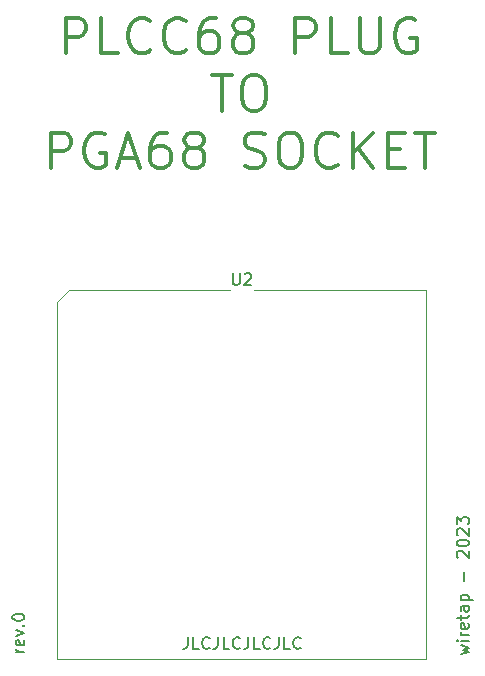
<source format=gbr>
%TF.GenerationSoftware,KiCad,Pcbnew,(5.1.6)-1*%
%TF.CreationDate,2023-06-21T17:15:11-04:00*%
%TF.ProjectId,PLCC68-to-PGA,504c4343-3638-42d7-946f-2d5047412e6b,rev?*%
%TF.SameCoordinates,Original*%
%TF.FileFunction,Legend,Top*%
%TF.FilePolarity,Positive*%
%FSLAX46Y46*%
G04 Gerber Fmt 4.6, Leading zero omitted, Abs format (unit mm)*
G04 Created by KiCad (PCBNEW (5.1.6)-1) date 2023-06-21 17:15:11*
%MOMM*%
%LPD*%
G01*
G04 APERTURE LIST*
%ADD10C,0.150000*%
%ADD11C,0.350000*%
%ADD12C,0.120000*%
G04 APERTURE END LIST*
D10*
X157475180Y-135138278D02*
X156808514Y-135138278D01*
X156998990Y-135138278D02*
X156903752Y-135090659D01*
X156856133Y-135043040D01*
X156808514Y-134947801D01*
X156808514Y-134852563D01*
X157427561Y-134138278D02*
X157475180Y-134233516D01*
X157475180Y-134423992D01*
X157427561Y-134519230D01*
X157332323Y-134566849D01*
X156951371Y-134566849D01*
X156856133Y-134519230D01*
X156808514Y-134423992D01*
X156808514Y-134233516D01*
X156856133Y-134138278D01*
X156951371Y-134090659D01*
X157046609Y-134090659D01*
X157141847Y-134566849D01*
X156808514Y-133757325D02*
X157475180Y-133519230D01*
X156808514Y-133281135D01*
X157379942Y-132900182D02*
X157427561Y-132852563D01*
X157475180Y-132900182D01*
X157427561Y-132947801D01*
X157379942Y-132900182D01*
X157475180Y-132900182D01*
X156475180Y-132233516D02*
X156475180Y-132138278D01*
X156522800Y-132043040D01*
X156570419Y-131995420D01*
X156665657Y-131947801D01*
X156856133Y-131900182D01*
X157094228Y-131900182D01*
X157284704Y-131947801D01*
X157379942Y-131995420D01*
X157427561Y-132043040D01*
X157475180Y-132138278D01*
X157475180Y-132233516D01*
X157427561Y-132328754D01*
X157379942Y-132376373D01*
X157284704Y-132423992D01*
X157094228Y-132471611D01*
X156856133Y-132471611D01*
X156665657Y-132423992D01*
X156570419Y-132376373D01*
X156522800Y-132328754D01*
X156475180Y-132233516D01*
X194436074Y-135342853D02*
X195102740Y-135152377D01*
X194626550Y-134961900D01*
X195102740Y-134771424D01*
X194436074Y-134580948D01*
X195102740Y-134199996D02*
X194436074Y-134199996D01*
X194102740Y-134199996D02*
X194150360Y-134247615D01*
X194197979Y-134199996D01*
X194150360Y-134152377D01*
X194102740Y-134199996D01*
X194197979Y-134199996D01*
X195102740Y-133723805D02*
X194436074Y-133723805D01*
X194626550Y-133723805D02*
X194531312Y-133676186D01*
X194483693Y-133628567D01*
X194436074Y-133533329D01*
X194436074Y-133438091D01*
X195055121Y-132723805D02*
X195102740Y-132819043D01*
X195102740Y-133009520D01*
X195055121Y-133104758D01*
X194959883Y-133152377D01*
X194578931Y-133152377D01*
X194483693Y-133104758D01*
X194436074Y-133009520D01*
X194436074Y-132819043D01*
X194483693Y-132723805D01*
X194578931Y-132676186D01*
X194674169Y-132676186D01*
X194769407Y-133152377D01*
X194436074Y-132390472D02*
X194436074Y-132009520D01*
X194102740Y-132247615D02*
X194959883Y-132247615D01*
X195055121Y-132199996D01*
X195102740Y-132104758D01*
X195102740Y-132009520D01*
X195102740Y-131247615D02*
X194578931Y-131247615D01*
X194483693Y-131295234D01*
X194436074Y-131390472D01*
X194436074Y-131580948D01*
X194483693Y-131676186D01*
X195055121Y-131247615D02*
X195102740Y-131342853D01*
X195102740Y-131580948D01*
X195055121Y-131676186D01*
X194959883Y-131723805D01*
X194864645Y-131723805D01*
X194769407Y-131676186D01*
X194721788Y-131580948D01*
X194721788Y-131342853D01*
X194674169Y-131247615D01*
X194436074Y-130771424D02*
X195436074Y-130771424D01*
X194483693Y-130771424D02*
X194436074Y-130676186D01*
X194436074Y-130485710D01*
X194483693Y-130390472D01*
X194531312Y-130342853D01*
X194626550Y-130295234D01*
X194912264Y-130295234D01*
X195007502Y-130342853D01*
X195055121Y-130390472D01*
X195102740Y-130485710D01*
X195102740Y-130676186D01*
X195055121Y-130771424D01*
X194721788Y-129104758D02*
X194721788Y-128342853D01*
X194197979Y-127152377D02*
X194150360Y-127104758D01*
X194102740Y-127009520D01*
X194102740Y-126771424D01*
X194150360Y-126676186D01*
X194197979Y-126628567D01*
X194293217Y-126580948D01*
X194388455Y-126580948D01*
X194531312Y-126628567D01*
X195102740Y-127199996D01*
X195102740Y-126580948D01*
X194102740Y-125961900D02*
X194102740Y-125866662D01*
X194150360Y-125771424D01*
X194197979Y-125723805D01*
X194293217Y-125676186D01*
X194483693Y-125628567D01*
X194721788Y-125628567D01*
X194912264Y-125676186D01*
X195007502Y-125723805D01*
X195055121Y-125771424D01*
X195102740Y-125866662D01*
X195102740Y-125961900D01*
X195055121Y-126057139D01*
X195007502Y-126104758D01*
X194912264Y-126152377D01*
X194721788Y-126199996D01*
X194483693Y-126199996D01*
X194293217Y-126152377D01*
X194197979Y-126104758D01*
X194150360Y-126057139D01*
X194102740Y-125961900D01*
X194197979Y-125247615D02*
X194150360Y-125199996D01*
X194102740Y-125104758D01*
X194102740Y-124866662D01*
X194150360Y-124771424D01*
X194197979Y-124723805D01*
X194293217Y-124676186D01*
X194388455Y-124676186D01*
X194531312Y-124723805D01*
X195102740Y-125295234D01*
X195102740Y-124676186D01*
X194102740Y-124342853D02*
X194102740Y-123723805D01*
X194483693Y-124057139D01*
X194483693Y-123914281D01*
X194531312Y-123819043D01*
X194578931Y-123771424D01*
X194674169Y-123723805D01*
X194912264Y-123723805D01*
X195007502Y-123771424D01*
X195055121Y-123819043D01*
X195102740Y-123914281D01*
X195102740Y-124199996D01*
X195055121Y-124295234D01*
X195007502Y-124342853D01*
D11*
X161002605Y-84457182D02*
X161002605Y-81457182D01*
X162145462Y-81457182D01*
X162431177Y-81600040D01*
X162574034Y-81742897D01*
X162716891Y-82028611D01*
X162716891Y-82457182D01*
X162574034Y-82742897D01*
X162431177Y-82885754D01*
X162145462Y-83028611D01*
X161002605Y-83028611D01*
X165431177Y-84457182D02*
X164002605Y-84457182D01*
X164002605Y-81457182D01*
X168145462Y-84171468D02*
X168002605Y-84314325D01*
X167574034Y-84457182D01*
X167288320Y-84457182D01*
X166859748Y-84314325D01*
X166574034Y-84028611D01*
X166431177Y-83742897D01*
X166288320Y-83171468D01*
X166288320Y-82742897D01*
X166431177Y-82171468D01*
X166574034Y-81885754D01*
X166859748Y-81600040D01*
X167288320Y-81457182D01*
X167574034Y-81457182D01*
X168002605Y-81600040D01*
X168145462Y-81742897D01*
X171145462Y-84171468D02*
X171002605Y-84314325D01*
X170574034Y-84457182D01*
X170288320Y-84457182D01*
X169859748Y-84314325D01*
X169574034Y-84028611D01*
X169431177Y-83742897D01*
X169288320Y-83171468D01*
X169288320Y-82742897D01*
X169431177Y-82171468D01*
X169574034Y-81885754D01*
X169859748Y-81600040D01*
X170288320Y-81457182D01*
X170574034Y-81457182D01*
X171002605Y-81600040D01*
X171145462Y-81742897D01*
X173716891Y-81457182D02*
X173145462Y-81457182D01*
X172859748Y-81600040D01*
X172716891Y-81742897D01*
X172431177Y-82171468D01*
X172288320Y-82742897D01*
X172288320Y-83885754D01*
X172431177Y-84171468D01*
X172574034Y-84314325D01*
X172859748Y-84457182D01*
X173431177Y-84457182D01*
X173716891Y-84314325D01*
X173859748Y-84171468D01*
X174002605Y-83885754D01*
X174002605Y-83171468D01*
X173859748Y-82885754D01*
X173716891Y-82742897D01*
X173431177Y-82600040D01*
X172859748Y-82600040D01*
X172574034Y-82742897D01*
X172431177Y-82885754D01*
X172288320Y-83171468D01*
X175716891Y-82742897D02*
X175431177Y-82600040D01*
X175288320Y-82457182D01*
X175145462Y-82171468D01*
X175145462Y-82028611D01*
X175288320Y-81742897D01*
X175431177Y-81600040D01*
X175716891Y-81457182D01*
X176288320Y-81457182D01*
X176574034Y-81600040D01*
X176716891Y-81742897D01*
X176859748Y-82028611D01*
X176859748Y-82171468D01*
X176716891Y-82457182D01*
X176574034Y-82600040D01*
X176288320Y-82742897D01*
X175716891Y-82742897D01*
X175431177Y-82885754D01*
X175288320Y-83028611D01*
X175145462Y-83314325D01*
X175145462Y-83885754D01*
X175288320Y-84171468D01*
X175431177Y-84314325D01*
X175716891Y-84457182D01*
X176288320Y-84457182D01*
X176574034Y-84314325D01*
X176716891Y-84171468D01*
X176859748Y-83885754D01*
X176859748Y-83314325D01*
X176716891Y-83028611D01*
X176574034Y-82885754D01*
X176288320Y-82742897D01*
X180431177Y-84457182D02*
X180431177Y-81457182D01*
X181574034Y-81457182D01*
X181859748Y-81600040D01*
X182002605Y-81742897D01*
X182145462Y-82028611D01*
X182145462Y-82457182D01*
X182002605Y-82742897D01*
X181859748Y-82885754D01*
X181574034Y-83028611D01*
X180431177Y-83028611D01*
X184859748Y-84457182D02*
X183431177Y-84457182D01*
X183431177Y-81457182D01*
X185859748Y-81457182D02*
X185859748Y-83885754D01*
X186002605Y-84171468D01*
X186145462Y-84314325D01*
X186431177Y-84457182D01*
X187002605Y-84457182D01*
X187288320Y-84314325D01*
X187431177Y-84171468D01*
X187574034Y-83885754D01*
X187574034Y-81457182D01*
X190574034Y-81600040D02*
X190288320Y-81457182D01*
X189859748Y-81457182D01*
X189431177Y-81600040D01*
X189145462Y-81885754D01*
X189002605Y-82171468D01*
X188859748Y-82742897D01*
X188859748Y-83171468D01*
X189002605Y-83742897D01*
X189145462Y-84028611D01*
X189431177Y-84314325D01*
X189859748Y-84457182D01*
X190145462Y-84457182D01*
X190574034Y-84314325D01*
X190716891Y-84171468D01*
X190716891Y-83171468D01*
X190145462Y-83171468D01*
X173359748Y-86307182D02*
X175074034Y-86307182D01*
X174216891Y-89307182D02*
X174216891Y-86307182D01*
X176645462Y-86307182D02*
X177216891Y-86307182D01*
X177502605Y-86450040D01*
X177788320Y-86735754D01*
X177931177Y-87307182D01*
X177931177Y-88307182D01*
X177788320Y-88878611D01*
X177502605Y-89164325D01*
X177216891Y-89307182D01*
X176645462Y-89307182D01*
X176359748Y-89164325D01*
X176074034Y-88878611D01*
X175931177Y-88307182D01*
X175931177Y-87307182D01*
X176074034Y-86735754D01*
X176359748Y-86450040D01*
X176645462Y-86307182D01*
X159716891Y-94157182D02*
X159716891Y-91157182D01*
X160859748Y-91157182D01*
X161145462Y-91300040D01*
X161288320Y-91442897D01*
X161431177Y-91728611D01*
X161431177Y-92157182D01*
X161288320Y-92442897D01*
X161145462Y-92585754D01*
X160859748Y-92728611D01*
X159716891Y-92728611D01*
X164288320Y-91300040D02*
X164002605Y-91157182D01*
X163574034Y-91157182D01*
X163145462Y-91300040D01*
X162859748Y-91585754D01*
X162716891Y-91871468D01*
X162574034Y-92442897D01*
X162574034Y-92871468D01*
X162716891Y-93442897D01*
X162859748Y-93728611D01*
X163145462Y-94014325D01*
X163574034Y-94157182D01*
X163859748Y-94157182D01*
X164288320Y-94014325D01*
X164431177Y-93871468D01*
X164431177Y-92871468D01*
X163859748Y-92871468D01*
X165574034Y-93300040D02*
X167002605Y-93300040D01*
X165288320Y-94157182D02*
X166288320Y-91157182D01*
X167288320Y-94157182D01*
X169574034Y-91157182D02*
X169002605Y-91157182D01*
X168716891Y-91300040D01*
X168574034Y-91442897D01*
X168288320Y-91871468D01*
X168145462Y-92442897D01*
X168145462Y-93585754D01*
X168288320Y-93871468D01*
X168431177Y-94014325D01*
X168716891Y-94157182D01*
X169288320Y-94157182D01*
X169574034Y-94014325D01*
X169716891Y-93871468D01*
X169859748Y-93585754D01*
X169859748Y-92871468D01*
X169716891Y-92585754D01*
X169574034Y-92442897D01*
X169288320Y-92300040D01*
X168716891Y-92300040D01*
X168431177Y-92442897D01*
X168288320Y-92585754D01*
X168145462Y-92871468D01*
X171574034Y-92442897D02*
X171288320Y-92300040D01*
X171145462Y-92157182D01*
X171002605Y-91871468D01*
X171002605Y-91728611D01*
X171145462Y-91442897D01*
X171288320Y-91300040D01*
X171574034Y-91157182D01*
X172145462Y-91157182D01*
X172431177Y-91300040D01*
X172574034Y-91442897D01*
X172716891Y-91728611D01*
X172716891Y-91871468D01*
X172574034Y-92157182D01*
X172431177Y-92300040D01*
X172145462Y-92442897D01*
X171574034Y-92442897D01*
X171288320Y-92585754D01*
X171145462Y-92728611D01*
X171002605Y-93014325D01*
X171002605Y-93585754D01*
X171145462Y-93871468D01*
X171288320Y-94014325D01*
X171574034Y-94157182D01*
X172145462Y-94157182D01*
X172431177Y-94014325D01*
X172574034Y-93871468D01*
X172716891Y-93585754D01*
X172716891Y-93014325D01*
X172574034Y-92728611D01*
X172431177Y-92585754D01*
X172145462Y-92442897D01*
X176145462Y-94014325D02*
X176574034Y-94157182D01*
X177288320Y-94157182D01*
X177574034Y-94014325D01*
X177716891Y-93871468D01*
X177859748Y-93585754D01*
X177859748Y-93300040D01*
X177716891Y-93014325D01*
X177574034Y-92871468D01*
X177288320Y-92728611D01*
X176716891Y-92585754D01*
X176431177Y-92442897D01*
X176288320Y-92300040D01*
X176145462Y-92014325D01*
X176145462Y-91728611D01*
X176288320Y-91442897D01*
X176431177Y-91300040D01*
X176716891Y-91157182D01*
X177431177Y-91157182D01*
X177859748Y-91300040D01*
X179716891Y-91157182D02*
X180288320Y-91157182D01*
X180574034Y-91300040D01*
X180859748Y-91585754D01*
X181002605Y-92157182D01*
X181002605Y-93157182D01*
X180859748Y-93728611D01*
X180574034Y-94014325D01*
X180288320Y-94157182D01*
X179716891Y-94157182D01*
X179431177Y-94014325D01*
X179145462Y-93728611D01*
X179002605Y-93157182D01*
X179002605Y-92157182D01*
X179145462Y-91585754D01*
X179431177Y-91300040D01*
X179716891Y-91157182D01*
X184002605Y-93871468D02*
X183859748Y-94014325D01*
X183431177Y-94157182D01*
X183145462Y-94157182D01*
X182716891Y-94014325D01*
X182431177Y-93728611D01*
X182288320Y-93442897D01*
X182145462Y-92871468D01*
X182145462Y-92442897D01*
X182288320Y-91871468D01*
X182431177Y-91585754D01*
X182716891Y-91300040D01*
X183145462Y-91157182D01*
X183431177Y-91157182D01*
X183859748Y-91300040D01*
X184002605Y-91442897D01*
X185288320Y-94157182D02*
X185288320Y-91157182D01*
X187002605Y-94157182D02*
X185716891Y-92442897D01*
X187002605Y-91157182D02*
X185288320Y-92871468D01*
X188288320Y-92585754D02*
X189288320Y-92585754D01*
X189716891Y-94157182D02*
X188288320Y-94157182D01*
X188288320Y-91157182D01*
X189716891Y-91157182D01*
X190574034Y-91157182D02*
X192288320Y-91157182D01*
X191431177Y-94157182D02*
X191431177Y-91157182D01*
D10*
X171306432Y-133869180D02*
X171306432Y-134583466D01*
X171258813Y-134726323D01*
X171163575Y-134821561D01*
X171020718Y-134869180D01*
X170925480Y-134869180D01*
X172258813Y-134869180D02*
X171782622Y-134869180D01*
X171782622Y-133869180D01*
X173163575Y-134773942D02*
X173115956Y-134821561D01*
X172973099Y-134869180D01*
X172877860Y-134869180D01*
X172735003Y-134821561D01*
X172639765Y-134726323D01*
X172592146Y-134631085D01*
X172544527Y-134440609D01*
X172544527Y-134297752D01*
X172592146Y-134107276D01*
X172639765Y-134012038D01*
X172735003Y-133916800D01*
X172877860Y-133869180D01*
X172973099Y-133869180D01*
X173115956Y-133916800D01*
X173163575Y-133964419D01*
X173877860Y-133869180D02*
X173877860Y-134583466D01*
X173830241Y-134726323D01*
X173735003Y-134821561D01*
X173592146Y-134869180D01*
X173496908Y-134869180D01*
X174830241Y-134869180D02*
X174354051Y-134869180D01*
X174354051Y-133869180D01*
X175735003Y-134773942D02*
X175687384Y-134821561D01*
X175544527Y-134869180D01*
X175449289Y-134869180D01*
X175306432Y-134821561D01*
X175211194Y-134726323D01*
X175163575Y-134631085D01*
X175115956Y-134440609D01*
X175115956Y-134297752D01*
X175163575Y-134107276D01*
X175211194Y-134012038D01*
X175306432Y-133916800D01*
X175449289Y-133869180D01*
X175544527Y-133869180D01*
X175687384Y-133916800D01*
X175735003Y-133964419D01*
X176449289Y-133869180D02*
X176449289Y-134583466D01*
X176401670Y-134726323D01*
X176306432Y-134821561D01*
X176163575Y-134869180D01*
X176068337Y-134869180D01*
X177401670Y-134869180D02*
X176925480Y-134869180D01*
X176925480Y-133869180D01*
X178306432Y-134773942D02*
X178258813Y-134821561D01*
X178115956Y-134869180D01*
X178020718Y-134869180D01*
X177877860Y-134821561D01*
X177782622Y-134726323D01*
X177735003Y-134631085D01*
X177687384Y-134440609D01*
X177687384Y-134297752D01*
X177735003Y-134107276D01*
X177782622Y-134012038D01*
X177877860Y-133916800D01*
X178020718Y-133869180D01*
X178115956Y-133869180D01*
X178258813Y-133916800D01*
X178306432Y-133964419D01*
X179020718Y-133869180D02*
X179020718Y-134583466D01*
X178973099Y-134726323D01*
X178877860Y-134821561D01*
X178735003Y-134869180D01*
X178639765Y-134869180D01*
X179973099Y-134869180D02*
X179496908Y-134869180D01*
X179496908Y-133869180D01*
X180877860Y-134773942D02*
X180830241Y-134821561D01*
X180687384Y-134869180D01*
X180592146Y-134869180D01*
X180449289Y-134821561D01*
X180354051Y-134726323D01*
X180306432Y-134631085D01*
X180258813Y-134440609D01*
X180258813Y-134297752D01*
X180306432Y-134107276D01*
X180354051Y-134012038D01*
X180449289Y-133916800D01*
X180592146Y-133869180D01*
X180687384Y-133869180D01*
X180830241Y-133916800D01*
X180877860Y-133964419D01*
D12*
%TO.C,U2*%
X191525080Y-104496680D02*
X176900080Y-104496680D01*
X191525080Y-135746680D02*
X191525080Y-104496680D01*
X160275080Y-135746680D02*
X191525080Y-135746680D01*
X160275080Y-105496680D02*
X160275080Y-135746680D01*
X161275080Y-104496680D02*
X160275080Y-105496680D01*
X174900080Y-104496680D02*
X161275080Y-104496680D01*
D10*
X175138175Y-103049060D02*
X175138175Y-103858584D01*
X175185794Y-103953822D01*
X175233413Y-104001441D01*
X175328651Y-104049060D01*
X175519127Y-104049060D01*
X175614365Y-104001441D01*
X175661984Y-103953822D01*
X175709603Y-103858584D01*
X175709603Y-103049060D01*
X176138175Y-103144299D02*
X176185794Y-103096680D01*
X176281032Y-103049060D01*
X176519127Y-103049060D01*
X176614365Y-103096680D01*
X176661984Y-103144299D01*
X176709603Y-103239537D01*
X176709603Y-103334775D01*
X176661984Y-103477632D01*
X176090556Y-104049060D01*
X176709603Y-104049060D01*
%TD*%
M02*

</source>
